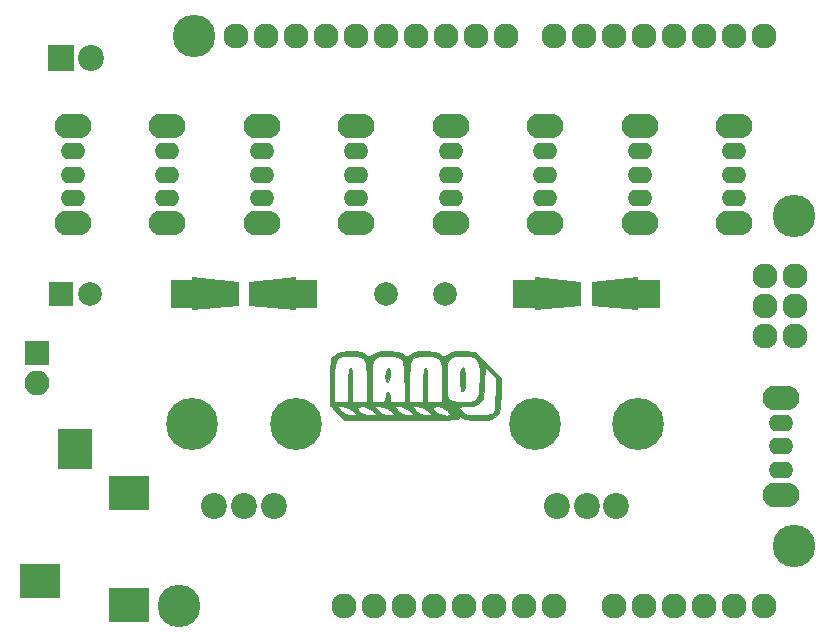
<source format=gbr>
G04 #@! TF.FileFunction,Soldermask,Top*
%FSLAX46Y46*%
G04 Gerber Fmt 4.6, Leading zero omitted, Abs format (unit mm)*
G04 Created by KiCad (PCBNEW 4.0.7) date Sunday, 25 '25e' March '25e' 2018, 12:09:58*
%MOMM*%
%LPD*%
G01*
G04 APERTURE LIST*
%ADD10C,0.100000*%
%ADD11C,0.010000*%
%ADD12R,2.000000X2.000000*%
%ADD13C,2.000000*%
%ADD14R,2.200000X2.200000*%
%ADD15C,2.200000*%
%ADD16R,3.400000X2.900000*%
%ADD17R,2.900000X3.400000*%
%ADD18R,2.100000X2.100000*%
%ADD19O,2.100000X2.100000*%
%ADD20R,2.398980X2.398980*%
%ADD21C,4.400000*%
%ADD22O,2.127200X2.127200*%
%ADD23C,3.600000*%
%ADD24O,3.100000X2.100000*%
%ADD25O,2.100000X1.400000*%
G04 APERTURE END LIST*
D10*
D11*
G36*
X175884229Y-55857740D02*
X176380490Y-55941754D01*
X176734839Y-56085595D01*
X176783640Y-56123549D01*
X176954901Y-56255466D01*
X177113644Y-56268183D01*
X177354865Y-56155076D01*
X177494232Y-56074000D01*
X177804890Y-55921806D01*
X178132693Y-55848573D01*
X178572950Y-55838383D01*
X178834435Y-55850199D01*
X179444932Y-55917167D01*
X179837191Y-56040604D01*
X179958640Y-56123549D01*
X180129901Y-56255466D01*
X180288644Y-56268183D01*
X180529865Y-56155076D01*
X180669232Y-56074000D01*
X180979890Y-55921806D01*
X181307693Y-55848573D01*
X181747950Y-55838383D01*
X182009435Y-55850199D01*
X182619932Y-55917167D01*
X183012191Y-56040604D01*
X183133640Y-56123549D01*
X183304901Y-56255466D01*
X183463644Y-56268183D01*
X183704865Y-56155076D01*
X183844232Y-56074000D01*
X184149176Y-55923757D01*
X184469622Y-55850155D01*
X184898587Y-55837956D01*
X185203803Y-55851293D01*
X186100079Y-55901937D01*
X188261171Y-58102235D01*
X188218335Y-59580391D01*
X188197405Y-60214969D01*
X188170453Y-60647876D01*
X188125788Y-60931379D01*
X188051717Y-61117743D01*
X187936549Y-61259236D01*
X187819168Y-61364773D01*
X187616773Y-61515480D01*
X187394678Y-61607040D01*
X187084551Y-61653746D01*
X186618057Y-61669893D01*
X186355176Y-61671000D01*
X185706275Y-61652823D01*
X185265326Y-61594146D01*
X184988606Y-61488750D01*
X184965258Y-61473298D01*
X184761403Y-61346592D01*
X184690154Y-61376415D01*
X184683000Y-61473298D01*
X184660764Y-61524079D01*
X184578712Y-61565468D01*
X184413831Y-61598402D01*
X184143103Y-61623817D01*
X183743516Y-61642647D01*
X183192052Y-61655829D01*
X182465697Y-61664299D01*
X181541437Y-61668992D01*
X180396255Y-61670844D01*
X179820475Y-61671000D01*
X174957951Y-61671000D01*
X174359475Y-61063387D01*
X173832139Y-60528000D01*
X174348478Y-60528000D01*
X174713500Y-60909000D01*
X175046328Y-61181518D01*
X175413057Y-61283406D01*
X175586521Y-61290000D01*
X176094521Y-61290000D01*
X175729500Y-60909000D01*
X175398788Y-60638214D01*
X176069696Y-60638214D01*
X176176197Y-60831262D01*
X176323137Y-60996064D01*
X176601603Y-61202393D01*
X176979008Y-61284130D01*
X177172398Y-61290000D01*
X177745521Y-61290000D01*
X177380500Y-60909000D01*
X177038980Y-60632504D01*
X176663621Y-60532395D01*
X176531239Y-60528000D01*
X177523478Y-60528000D01*
X177888500Y-60909000D01*
X178221328Y-61181518D01*
X178588057Y-61283406D01*
X178761521Y-61290000D01*
X179269521Y-61290000D01*
X178904500Y-60909000D01*
X178571671Y-60636481D01*
X178204942Y-60534593D01*
X178031478Y-60528000D01*
X179174478Y-60528000D01*
X179539500Y-60909000D01*
X179865112Y-61178159D01*
X180220793Y-61279360D01*
X180420510Y-61286277D01*
X180936500Y-61282554D01*
X180521746Y-60905277D01*
X180110872Y-60620504D01*
X179678097Y-60528427D01*
X179640735Y-60528000D01*
X180698478Y-60528000D01*
X181063500Y-60909000D01*
X181396328Y-61181518D01*
X181763057Y-61283406D01*
X181936521Y-61290000D01*
X182444521Y-61290000D01*
X182079500Y-60909000D01*
X181746671Y-60636481D01*
X181606693Y-60597591D01*
X182397000Y-60597591D01*
X182482957Y-60718845D01*
X182694890Y-60928618D01*
X182746250Y-60974578D01*
X183010384Y-61136859D01*
X183338671Y-61251688D01*
X183651308Y-61303555D01*
X183868495Y-61276946D01*
X183921000Y-61202935D01*
X183842420Y-61058611D01*
X183652582Y-60830187D01*
X183644862Y-60821935D01*
X183293719Y-60587536D01*
X182882862Y-60528000D01*
X182572879Y-60544107D01*
X182406176Y-60584136D01*
X182397000Y-60597591D01*
X181606693Y-60597591D01*
X181379942Y-60534593D01*
X181206478Y-60528000D01*
X180698478Y-60528000D01*
X179640735Y-60528000D01*
X179174478Y-60528000D01*
X178031478Y-60528000D01*
X177523478Y-60528000D01*
X176531239Y-60528000D01*
X176182581Y-60549411D01*
X176069696Y-60638214D01*
X175398788Y-60638214D01*
X175396671Y-60636481D01*
X175029942Y-60534593D01*
X174856478Y-60528000D01*
X174348478Y-60528000D01*
X173832139Y-60528000D01*
X173760999Y-60455775D01*
X173760999Y-60210500D01*
X183603500Y-60210500D01*
X183911387Y-60559750D01*
X184159598Y-60825139D01*
X184280120Y-60907539D01*
X184302000Y-60867637D01*
X184216805Y-60765535D01*
X184006507Y-60566271D01*
X183971901Y-60535445D01*
X184492500Y-60535445D01*
X184921110Y-60925103D01*
X185143448Y-61115653D01*
X185341394Y-61228195D01*
X185587374Y-61279570D01*
X185953811Y-61286618D01*
X186407068Y-61270630D01*
X186989586Y-61226563D01*
X187413313Y-61153731D01*
X187629458Y-61061399D01*
X187713773Y-60867768D01*
X187767206Y-60473684D01*
X187792042Y-59857699D01*
X187794500Y-59512703D01*
X187794500Y-58129107D01*
X186905500Y-57210007D01*
X186842000Y-58562586D01*
X186809975Y-59167792D01*
X186772352Y-59574980D01*
X186714999Y-59839989D01*
X186623786Y-60018656D01*
X186484582Y-60166820D01*
X186422168Y-60221582D01*
X186160349Y-60402847D01*
X185854869Y-60497270D01*
X185412373Y-60530180D01*
X185279168Y-60531722D01*
X184492500Y-60535445D01*
X183971901Y-60535445D01*
X183952750Y-60518387D01*
X183603500Y-60210500D01*
X173760999Y-60210500D01*
X173760999Y-58578538D01*
X173762702Y-58441571D01*
X174142000Y-58441571D01*
X174142000Y-60147000D01*
X175276681Y-60147000D01*
X175312590Y-58728598D01*
X175341339Y-58029294D01*
X175387636Y-57564137D01*
X175454048Y-57313718D01*
X175507250Y-57257514D01*
X175578681Y-57295971D01*
X175626582Y-57487615D01*
X175654362Y-57862899D01*
X175665429Y-58452277D01*
X175666000Y-58675916D01*
X175666000Y-60147000D01*
X176955679Y-60147000D01*
X176914209Y-58441571D01*
X177317000Y-58441571D01*
X177317000Y-60147000D01*
X177880453Y-60147000D01*
X178230357Y-60134530D01*
X178401011Y-60063894D01*
X178467028Y-59885249D01*
X178483703Y-59744030D01*
X178563063Y-59411121D01*
X178682266Y-59284719D01*
X178791501Y-59372089D01*
X178840960Y-59680497D01*
X178841000Y-59691916D01*
X178841000Y-60147000D01*
X180130679Y-60147000D01*
X180089209Y-58441571D01*
X180492000Y-58441571D01*
X180492000Y-60147000D01*
X181626681Y-60147000D01*
X181662590Y-58728598D01*
X181691339Y-58029294D01*
X181737636Y-57564137D01*
X181804048Y-57313718D01*
X181857250Y-57257514D01*
X181928681Y-57295971D01*
X181976582Y-57487615D01*
X182004362Y-57862899D01*
X182015429Y-58452277D01*
X182016000Y-58675916D01*
X182016000Y-60147000D01*
X183286000Y-60147000D01*
X183286000Y-58510069D01*
X183282796Y-58244016D01*
X183667000Y-58244016D01*
X183670039Y-58888181D01*
X183684505Y-59326834D01*
X183718421Y-59608442D01*
X183779807Y-59781469D01*
X183876687Y-59894383D01*
X183949258Y-59949298D01*
X184217773Y-60048461D01*
X184640087Y-60116591D01*
X185126334Y-60149347D01*
X185586650Y-60142386D01*
X185931169Y-60091365D01*
X186029237Y-60049805D01*
X186227278Y-59837009D01*
X186359740Y-59486278D01*
X186434839Y-58961218D01*
X186460791Y-58225435D01*
X186461000Y-58137418D01*
X186445592Y-57418983D01*
X186381466Y-56913873D01*
X186241766Y-56582355D01*
X185999637Y-56384696D01*
X185628224Y-56281165D01*
X185176219Y-56236562D01*
X184696589Y-56221276D01*
X184379360Y-56261337D01*
X184135818Y-56373904D01*
X184016250Y-56460930D01*
X183868338Y-56585961D01*
X183769488Y-56717439D01*
X183709814Y-56905832D01*
X183679432Y-57201610D01*
X183668456Y-57655242D01*
X183667000Y-58244016D01*
X183282796Y-58244016D01*
X183276457Y-57717865D01*
X183235737Y-57142343D01*
X183145704Y-56746518D01*
X182988220Y-56493407D01*
X182745149Y-56346025D01*
X182398354Y-56267390D01*
X182173563Y-56241636D01*
X181492207Y-56225274D01*
X180999674Y-56332555D01*
X180691380Y-56536762D01*
X180607322Y-56667565D01*
X180549703Y-56890190D01*
X180514179Y-57246135D01*
X180496407Y-57776897D01*
X180492000Y-58441571D01*
X180089209Y-58441571D01*
X180089089Y-58436671D01*
X180065974Y-57711891D01*
X180033988Y-57198876D01*
X179987547Y-56855413D01*
X179921067Y-56639290D01*
X179834732Y-56513940D01*
X179567629Y-56372144D01*
X179142716Y-56268259D01*
X178655004Y-56215758D01*
X178199504Y-56228114D01*
X178031267Y-56258194D01*
X177760771Y-56344695D01*
X177568399Y-56473390D01*
X177441013Y-56684445D01*
X177365472Y-57018027D01*
X177328636Y-57514303D01*
X177317364Y-58213440D01*
X177317000Y-58441571D01*
X176914209Y-58441571D01*
X176914089Y-58436671D01*
X176890974Y-57711891D01*
X176858988Y-57198876D01*
X176812547Y-56855413D01*
X176746067Y-56639290D01*
X176659732Y-56513940D01*
X176392629Y-56372144D01*
X175967716Y-56268259D01*
X175480004Y-56215758D01*
X175024504Y-56228114D01*
X174856267Y-56258194D01*
X174585771Y-56344695D01*
X174393399Y-56473390D01*
X174266013Y-56684445D01*
X174190472Y-57018027D01*
X174153636Y-57514303D01*
X174142364Y-58213440D01*
X174142000Y-58441571D01*
X173762702Y-58441571D01*
X173769627Y-57884720D01*
X173793424Y-57274351D01*
X173829264Y-56798162D01*
X173874021Y-56506884D01*
X173891764Y-56456965D01*
X174092992Y-56230689D01*
X174401578Y-56016783D01*
X174419063Y-56007573D01*
X174816007Y-55886357D01*
X175333565Y-55837843D01*
X175884229Y-55857740D01*
X175884229Y-55857740D01*
G37*
X175884229Y-55857740D02*
X176380490Y-55941754D01*
X176734839Y-56085595D01*
X176783640Y-56123549D01*
X176954901Y-56255466D01*
X177113644Y-56268183D01*
X177354865Y-56155076D01*
X177494232Y-56074000D01*
X177804890Y-55921806D01*
X178132693Y-55848573D01*
X178572950Y-55838383D01*
X178834435Y-55850199D01*
X179444932Y-55917167D01*
X179837191Y-56040604D01*
X179958640Y-56123549D01*
X180129901Y-56255466D01*
X180288644Y-56268183D01*
X180529865Y-56155076D01*
X180669232Y-56074000D01*
X180979890Y-55921806D01*
X181307693Y-55848573D01*
X181747950Y-55838383D01*
X182009435Y-55850199D01*
X182619932Y-55917167D01*
X183012191Y-56040604D01*
X183133640Y-56123549D01*
X183304901Y-56255466D01*
X183463644Y-56268183D01*
X183704865Y-56155076D01*
X183844232Y-56074000D01*
X184149176Y-55923757D01*
X184469622Y-55850155D01*
X184898587Y-55837956D01*
X185203803Y-55851293D01*
X186100079Y-55901937D01*
X188261171Y-58102235D01*
X188218335Y-59580391D01*
X188197405Y-60214969D01*
X188170453Y-60647876D01*
X188125788Y-60931379D01*
X188051717Y-61117743D01*
X187936549Y-61259236D01*
X187819168Y-61364773D01*
X187616773Y-61515480D01*
X187394678Y-61607040D01*
X187084551Y-61653746D01*
X186618057Y-61669893D01*
X186355176Y-61671000D01*
X185706275Y-61652823D01*
X185265326Y-61594146D01*
X184988606Y-61488750D01*
X184965258Y-61473298D01*
X184761403Y-61346592D01*
X184690154Y-61376415D01*
X184683000Y-61473298D01*
X184660764Y-61524079D01*
X184578712Y-61565468D01*
X184413831Y-61598402D01*
X184143103Y-61623817D01*
X183743516Y-61642647D01*
X183192052Y-61655829D01*
X182465697Y-61664299D01*
X181541437Y-61668992D01*
X180396255Y-61670844D01*
X179820475Y-61671000D01*
X174957951Y-61671000D01*
X174359475Y-61063387D01*
X173832139Y-60528000D01*
X174348478Y-60528000D01*
X174713500Y-60909000D01*
X175046328Y-61181518D01*
X175413057Y-61283406D01*
X175586521Y-61290000D01*
X176094521Y-61290000D01*
X175729500Y-60909000D01*
X175398788Y-60638214D01*
X176069696Y-60638214D01*
X176176197Y-60831262D01*
X176323137Y-60996064D01*
X176601603Y-61202393D01*
X176979008Y-61284130D01*
X177172398Y-61290000D01*
X177745521Y-61290000D01*
X177380500Y-60909000D01*
X177038980Y-60632504D01*
X176663621Y-60532395D01*
X176531239Y-60528000D01*
X177523478Y-60528000D01*
X177888500Y-60909000D01*
X178221328Y-61181518D01*
X178588057Y-61283406D01*
X178761521Y-61290000D01*
X179269521Y-61290000D01*
X178904500Y-60909000D01*
X178571671Y-60636481D01*
X178204942Y-60534593D01*
X178031478Y-60528000D01*
X179174478Y-60528000D01*
X179539500Y-60909000D01*
X179865112Y-61178159D01*
X180220793Y-61279360D01*
X180420510Y-61286277D01*
X180936500Y-61282554D01*
X180521746Y-60905277D01*
X180110872Y-60620504D01*
X179678097Y-60528427D01*
X179640735Y-60528000D01*
X180698478Y-60528000D01*
X181063500Y-60909000D01*
X181396328Y-61181518D01*
X181763057Y-61283406D01*
X181936521Y-61290000D01*
X182444521Y-61290000D01*
X182079500Y-60909000D01*
X181746671Y-60636481D01*
X181606693Y-60597591D01*
X182397000Y-60597591D01*
X182482957Y-60718845D01*
X182694890Y-60928618D01*
X182746250Y-60974578D01*
X183010384Y-61136859D01*
X183338671Y-61251688D01*
X183651308Y-61303555D01*
X183868495Y-61276946D01*
X183921000Y-61202935D01*
X183842420Y-61058611D01*
X183652582Y-60830187D01*
X183644862Y-60821935D01*
X183293719Y-60587536D01*
X182882862Y-60528000D01*
X182572879Y-60544107D01*
X182406176Y-60584136D01*
X182397000Y-60597591D01*
X181606693Y-60597591D01*
X181379942Y-60534593D01*
X181206478Y-60528000D01*
X180698478Y-60528000D01*
X179640735Y-60528000D01*
X179174478Y-60528000D01*
X178031478Y-60528000D01*
X177523478Y-60528000D01*
X176531239Y-60528000D01*
X176182581Y-60549411D01*
X176069696Y-60638214D01*
X175398788Y-60638214D01*
X175396671Y-60636481D01*
X175029942Y-60534593D01*
X174856478Y-60528000D01*
X174348478Y-60528000D01*
X173832139Y-60528000D01*
X173760999Y-60455775D01*
X173760999Y-60210500D01*
X183603500Y-60210500D01*
X183911387Y-60559750D01*
X184159598Y-60825139D01*
X184280120Y-60907539D01*
X184302000Y-60867637D01*
X184216805Y-60765535D01*
X184006507Y-60566271D01*
X183971901Y-60535445D01*
X184492500Y-60535445D01*
X184921110Y-60925103D01*
X185143448Y-61115653D01*
X185341394Y-61228195D01*
X185587374Y-61279570D01*
X185953811Y-61286618D01*
X186407068Y-61270630D01*
X186989586Y-61226563D01*
X187413313Y-61153731D01*
X187629458Y-61061399D01*
X187713773Y-60867768D01*
X187767206Y-60473684D01*
X187792042Y-59857699D01*
X187794500Y-59512703D01*
X187794500Y-58129107D01*
X186905500Y-57210007D01*
X186842000Y-58562586D01*
X186809975Y-59167792D01*
X186772352Y-59574980D01*
X186714999Y-59839989D01*
X186623786Y-60018656D01*
X186484582Y-60166820D01*
X186422168Y-60221582D01*
X186160349Y-60402847D01*
X185854869Y-60497270D01*
X185412373Y-60530180D01*
X185279168Y-60531722D01*
X184492500Y-60535445D01*
X183971901Y-60535445D01*
X183952750Y-60518387D01*
X183603500Y-60210500D01*
X173760999Y-60210500D01*
X173760999Y-58578538D01*
X173762702Y-58441571D01*
X174142000Y-58441571D01*
X174142000Y-60147000D01*
X175276681Y-60147000D01*
X175312590Y-58728598D01*
X175341339Y-58029294D01*
X175387636Y-57564137D01*
X175454048Y-57313718D01*
X175507250Y-57257514D01*
X175578681Y-57295971D01*
X175626582Y-57487615D01*
X175654362Y-57862899D01*
X175665429Y-58452277D01*
X175666000Y-58675916D01*
X175666000Y-60147000D01*
X176955679Y-60147000D01*
X176914209Y-58441571D01*
X177317000Y-58441571D01*
X177317000Y-60147000D01*
X177880453Y-60147000D01*
X178230357Y-60134530D01*
X178401011Y-60063894D01*
X178467028Y-59885249D01*
X178483703Y-59744030D01*
X178563063Y-59411121D01*
X178682266Y-59284719D01*
X178791501Y-59372089D01*
X178840960Y-59680497D01*
X178841000Y-59691916D01*
X178841000Y-60147000D01*
X180130679Y-60147000D01*
X180089209Y-58441571D01*
X180492000Y-58441571D01*
X180492000Y-60147000D01*
X181626681Y-60147000D01*
X181662590Y-58728598D01*
X181691339Y-58029294D01*
X181737636Y-57564137D01*
X181804048Y-57313718D01*
X181857250Y-57257514D01*
X181928681Y-57295971D01*
X181976582Y-57487615D01*
X182004362Y-57862899D01*
X182015429Y-58452277D01*
X182016000Y-58675916D01*
X182016000Y-60147000D01*
X183286000Y-60147000D01*
X183286000Y-58510069D01*
X183282796Y-58244016D01*
X183667000Y-58244016D01*
X183670039Y-58888181D01*
X183684505Y-59326834D01*
X183718421Y-59608442D01*
X183779807Y-59781469D01*
X183876687Y-59894383D01*
X183949258Y-59949298D01*
X184217773Y-60048461D01*
X184640087Y-60116591D01*
X185126334Y-60149347D01*
X185586650Y-60142386D01*
X185931169Y-60091365D01*
X186029237Y-60049805D01*
X186227278Y-59837009D01*
X186359740Y-59486278D01*
X186434839Y-58961218D01*
X186460791Y-58225435D01*
X186461000Y-58137418D01*
X186445592Y-57418983D01*
X186381466Y-56913873D01*
X186241766Y-56582355D01*
X185999637Y-56384696D01*
X185628224Y-56281165D01*
X185176219Y-56236562D01*
X184696589Y-56221276D01*
X184379360Y-56261337D01*
X184135818Y-56373904D01*
X184016250Y-56460930D01*
X183868338Y-56585961D01*
X183769488Y-56717439D01*
X183709814Y-56905832D01*
X183679432Y-57201610D01*
X183668456Y-57655242D01*
X183667000Y-58244016D01*
X183282796Y-58244016D01*
X183276457Y-57717865D01*
X183235737Y-57142343D01*
X183145704Y-56746518D01*
X182988220Y-56493407D01*
X182745149Y-56346025D01*
X182398354Y-56267390D01*
X182173563Y-56241636D01*
X181492207Y-56225274D01*
X180999674Y-56332555D01*
X180691380Y-56536762D01*
X180607322Y-56667565D01*
X180549703Y-56890190D01*
X180514179Y-57246135D01*
X180496407Y-57776897D01*
X180492000Y-58441571D01*
X180089209Y-58441571D01*
X180089089Y-58436671D01*
X180065974Y-57711891D01*
X180033988Y-57198876D01*
X179987547Y-56855413D01*
X179921067Y-56639290D01*
X179834732Y-56513940D01*
X179567629Y-56372144D01*
X179142716Y-56268259D01*
X178655004Y-56215758D01*
X178199504Y-56228114D01*
X178031267Y-56258194D01*
X177760771Y-56344695D01*
X177568399Y-56473390D01*
X177441013Y-56684445D01*
X177365472Y-57018027D01*
X177328636Y-57514303D01*
X177317364Y-58213440D01*
X177317000Y-58441571D01*
X176914209Y-58441571D01*
X176914089Y-58436671D01*
X176890974Y-57711891D01*
X176858988Y-57198876D01*
X176812547Y-56855413D01*
X176746067Y-56639290D01*
X176659732Y-56513940D01*
X176392629Y-56372144D01*
X175967716Y-56268259D01*
X175480004Y-56215758D01*
X175024504Y-56228114D01*
X174856267Y-56258194D01*
X174585771Y-56344695D01*
X174393399Y-56473390D01*
X174266013Y-56684445D01*
X174190472Y-57018027D01*
X174153636Y-57514303D01*
X174142364Y-58213440D01*
X174142000Y-58441571D01*
X173762702Y-58441571D01*
X173769627Y-57884720D01*
X173793424Y-57274351D01*
X173829264Y-56798162D01*
X173874021Y-56506884D01*
X173891764Y-56456965D01*
X174092992Y-56230689D01*
X174401578Y-56016783D01*
X174419063Y-56007573D01*
X174816007Y-55886357D01*
X175333565Y-55837843D01*
X175884229Y-55857740D01*
G36*
X178783243Y-57309456D02*
X178832884Y-57569472D01*
X178841000Y-57850416D01*
X178809425Y-58242942D01*
X178728434Y-58466568D01*
X178618631Y-58492168D01*
X178510565Y-58317589D01*
X178465607Y-58030034D01*
X178491930Y-57687016D01*
X178572530Y-57393583D01*
X178682250Y-57256947D01*
X178783243Y-57309456D01*
X178783243Y-57309456D01*
G37*
X178783243Y-57309456D02*
X178832884Y-57569472D01*
X178841000Y-57850416D01*
X178809425Y-58242942D01*
X178728434Y-58466568D01*
X178618631Y-58492168D01*
X178510565Y-58317589D01*
X178465607Y-58030034D01*
X178491930Y-57687016D01*
X178572530Y-57393583D01*
X178682250Y-57256947D01*
X178783243Y-57309456D01*
G36*
X185098243Y-57273854D02*
X185156903Y-57447483D01*
X185184935Y-57791987D01*
X185191000Y-58242000D01*
X185177155Y-58801391D01*
X185130812Y-59130715D01*
X185044757Y-59252645D01*
X184911777Y-59189851D01*
X184894666Y-59173333D01*
X184853415Y-59013277D01*
X184823282Y-58669876D01*
X184810153Y-58213734D01*
X184810000Y-58157333D01*
X184820359Y-57661324D01*
X184857739Y-57372505D01*
X184931590Y-57244673D01*
X185000500Y-57226000D01*
X185098243Y-57273854D01*
X185098243Y-57273854D01*
G37*
X185098243Y-57273854D02*
X185156903Y-57447483D01*
X185184935Y-57791987D01*
X185191000Y-58242000D01*
X185177155Y-58801391D01*
X185130812Y-59130715D01*
X185044757Y-59252645D01*
X184911777Y-59189851D01*
X184894666Y-59173333D01*
X184853415Y-59013277D01*
X184823282Y-58669876D01*
X184810153Y-58213734D01*
X184810000Y-58157333D01*
X184820359Y-57661324D01*
X184857739Y-57372505D01*
X184931590Y-57244673D01*
X185000500Y-57226000D01*
X185098243Y-57273854D01*
D12*
X151000000Y-51000000D03*
D13*
X153500000Y-51000000D03*
X183500000Y-51000000D03*
X178500000Y-51000000D03*
D14*
X151000000Y-31000000D03*
D15*
X153540000Y-31000000D03*
D16*
X156725000Y-77350000D03*
X156725000Y-67850000D03*
X149225000Y-75350000D03*
D17*
X152225000Y-64100000D03*
D18*
X149000000Y-56000000D03*
D19*
X149000000Y-58540000D03*
D10*
G36*
X162136940Y-52398880D02*
X162136940Y-49601120D01*
X166037060Y-49999900D01*
X166037060Y-52000100D01*
X162136940Y-52398880D01*
X162136940Y-52398880D01*
G37*
G36*
X170863060Y-49601120D02*
X170863060Y-52398880D01*
X166962940Y-52000100D01*
X166962940Y-49999900D01*
X170863060Y-49601120D01*
X170863060Y-49601120D01*
G37*
D20*
X161498740Y-51000000D03*
X171501260Y-51000000D03*
D10*
G36*
X199863060Y-49601120D02*
X199863060Y-52398880D01*
X195962940Y-52000100D01*
X195962940Y-49999900D01*
X199863060Y-49601120D01*
X199863060Y-49601120D01*
G37*
G36*
X191136940Y-52398880D02*
X191136940Y-49601120D01*
X195037060Y-49999900D01*
X195037060Y-52000100D01*
X191136940Y-52398880D01*
X191136940Y-52398880D01*
G37*
D20*
X200501260Y-51000000D03*
X190498740Y-51000000D03*
D15*
X193000000Y-69000000D03*
X195500000Y-69000000D03*
X198000000Y-69000000D03*
D21*
X191100000Y-62000000D03*
X199900000Y-62000000D03*
D15*
X164000000Y-69000000D03*
X166500000Y-69000000D03*
X169000000Y-69000000D03*
D21*
X162100000Y-62000000D03*
X170900000Y-62000000D03*
D22*
X210627000Y-54600000D03*
X213167000Y-54600000D03*
X213167000Y-52060000D03*
X210627000Y-52060000D03*
X213167000Y-49520000D03*
X197800000Y-77460000D03*
X192720000Y-77460000D03*
X190180000Y-77460000D03*
X187640000Y-77460000D03*
X185100000Y-77460000D03*
X182560000Y-77460000D03*
X180020000Y-77460000D03*
X177480000Y-77460000D03*
X210500000Y-29200000D03*
X207960000Y-29200000D03*
X205420000Y-29200000D03*
X202880000Y-29200000D03*
X200340000Y-29200000D03*
X197800000Y-29200000D03*
X195260000Y-29200000D03*
X192720000Y-29200000D03*
X173416000Y-29200000D03*
X188656000Y-29200000D03*
X186116000Y-29200000D03*
X183576000Y-29200000D03*
D23*
X213040000Y-72380000D03*
X213040000Y-44440000D03*
X162240000Y-29200000D03*
X160970000Y-77460000D03*
D22*
X165796000Y-29200000D03*
X168336000Y-29200000D03*
X170876000Y-29200000D03*
X175956000Y-29200000D03*
X178496000Y-29200000D03*
X181036000Y-29200000D03*
X174940000Y-77460000D03*
X200340000Y-77460000D03*
X202880000Y-77460000D03*
X205420000Y-77460000D03*
X207960000Y-77460000D03*
X210500000Y-77460000D03*
X210627000Y-49520000D03*
D24*
X208000000Y-36800000D03*
D25*
X208000000Y-38900000D03*
X208000000Y-40900000D03*
X208000000Y-42900000D03*
D24*
X208000000Y-45000000D03*
X200000000Y-36800000D03*
D25*
X200000000Y-38900000D03*
X200000000Y-40900000D03*
X200000000Y-42900000D03*
D24*
X200000000Y-45000000D03*
X192000000Y-36800000D03*
D25*
X192000000Y-38900000D03*
X192000000Y-40900000D03*
X192000000Y-42900000D03*
D24*
X192000000Y-45000000D03*
X184000000Y-36800000D03*
D25*
X184000000Y-38900000D03*
X184000000Y-40900000D03*
X184000000Y-42900000D03*
D24*
X184000000Y-45000000D03*
X176000000Y-36800000D03*
D25*
X176000000Y-38900000D03*
X176000000Y-40900000D03*
X176000000Y-42900000D03*
D24*
X176000000Y-45000000D03*
X168000000Y-36800000D03*
D25*
X168000000Y-38900000D03*
X168000000Y-40900000D03*
X168000000Y-42900000D03*
D24*
X168000000Y-45000000D03*
X160000000Y-36800000D03*
D25*
X160000000Y-38900000D03*
X160000000Y-40900000D03*
X160000000Y-42900000D03*
D24*
X160000000Y-45000000D03*
X152000000Y-36800000D03*
D25*
X152000000Y-38900000D03*
X152000000Y-40900000D03*
X152000000Y-42900000D03*
D24*
X152000000Y-45000000D03*
X212000000Y-59800000D03*
D25*
X212000000Y-61900000D03*
X212000000Y-63900000D03*
X212000000Y-65900000D03*
D24*
X212000000Y-68000000D03*
M02*

</source>
